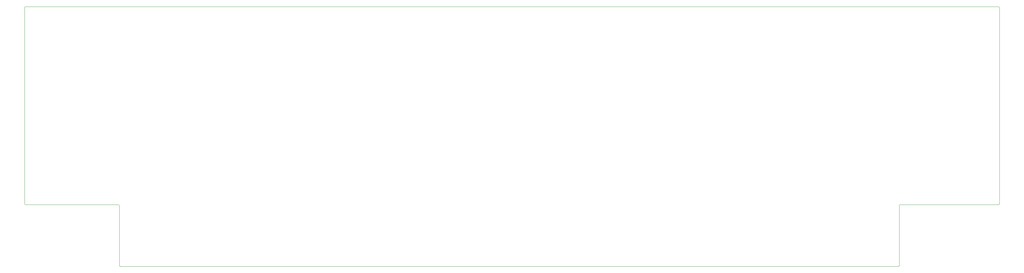
<source format=gbr>
%TF.GenerationSoftware,KiCad,Pcbnew,(6.0.6)*%
%TF.CreationDate,2022-08-10T17:00:59+02:00*%
%TF.ProjectId,rabid40,72616269-6434-4302-9e6b-696361645f70,rev?*%
%TF.SameCoordinates,Original*%
%TF.FileFunction,Profile,NP*%
%FSLAX46Y46*%
G04 Gerber Fmt 4.6, Leading zero omitted, Abs format (unit mm)*
G04 Created by KiCad (PCBNEW (6.0.6)) date 2022-08-10 17:00:59*
%MOMM*%
%LPD*%
G01*
G04 APERTURE LIST*
%TA.AperFunction,Profile*%
%ADD10C,0.100000*%
%TD*%
G04 APERTURE END LIST*
D10*
X32044454Y-114605546D02*
X260100000Y-114600000D01*
X31780546Y-96774454D02*
X31769454Y-114330546D01*
X31505546Y-96499454D02*
X4300000Y-96510000D01*
X3999999Y-38675000D02*
X4010000Y-96220000D01*
X289475000Y-38400000D02*
X4274999Y-38400000D01*
X289760546Y-96225000D02*
X289750000Y-38675000D01*
X275435546Y-96500000D02*
X289485546Y-96500000D01*
X275500000Y-96500000D02*
X260644454Y-96499454D01*
X260375000Y-114325000D02*
X260369454Y-96775000D01*
X4274999Y-38400000D02*
G75*
G03*
X3999999Y-38675000I1J-275001D01*
G01*
X4010000Y-96235000D02*
G75*
G03*
X4285000Y-96510000I275001J1D01*
G01*
X31780546Y-96774454D02*
G75*
G03*
X31505546Y-96499454I-275001J-1D01*
G01*
X31769454Y-114330546D02*
G75*
G03*
X32044454Y-114605546I275001J1D01*
G01*
X260100000Y-114600000D02*
G75*
G03*
X260375000Y-114325000I-1J275001D01*
G01*
X260644454Y-96499454D02*
G75*
G03*
X260369454Y-96774454I1J-275001D01*
G01*
X289485546Y-96500000D02*
G75*
G03*
X289760546Y-96225000I-1J275001D01*
G01*
X289750000Y-38675000D02*
G75*
G03*
X289475000Y-38400000I-275000J0D01*
G01*
M02*

</source>
